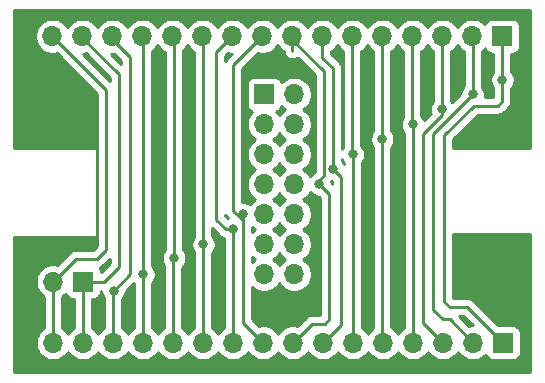
<source format=gbr>
%TF.GenerationSoftware,KiCad,Pcbnew,(5.1.9)-1*%
%TF.CreationDate,2021-03-23T14:30:04+01:00*%
%TF.ProjectId,Display Board,44697370-6c61-4792-9042-6f6172642e6b,rev?*%
%TF.SameCoordinates,Original*%
%TF.FileFunction,Copper,L2,Bot*%
%TF.FilePolarity,Positive*%
%FSLAX46Y46*%
G04 Gerber Fmt 4.6, Leading zero omitted, Abs format (unit mm)*
G04 Created by KiCad (PCBNEW (5.1.9)-1) date 2021-03-23 14:30:04*
%MOMM*%
%LPD*%
G01*
G04 APERTURE LIST*
%TA.AperFunction,ComponentPad*%
%ADD10R,1.700000X1.700000*%
%TD*%
%TA.AperFunction,ComponentPad*%
%ADD11O,1.700000X1.700000*%
%TD*%
%TA.AperFunction,ViaPad*%
%ADD12C,0.800000*%
%TD*%
%TA.AperFunction,Conductor*%
%ADD13C,0.250000*%
%TD*%
%TA.AperFunction,NonConductor*%
%ADD14C,0.254000*%
%TD*%
%TA.AperFunction,NonConductor*%
%ADD15C,0.100000*%
%TD*%
G04 APERTURE END LIST*
D10*
%TO.P,J1,1*%
%TO.N,GND*%
X195000000Y-69000000D03*
D11*
%TO.P,J1,2*%
%TO.N,5V*%
X197540000Y-69000000D03*
%TO.P,J1,3*%
%TO.N,Kontrast*%
X195000000Y-71540000D03*
%TO.P,J1,4*%
%TO.N,RS*%
X197540000Y-71540000D03*
%TO.P,J1,5*%
%TO.N,RW*%
X195000000Y-74080000D03*
%TO.P,J1,6*%
%TO.N,E*%
X197540000Y-74080000D03*
%TO.P,J1,7*%
%TO.N,D0*%
X195000000Y-76620000D03*
%TO.P,J1,8*%
%TO.N,D1*%
X197540000Y-76620000D03*
%TO.P,J1,9*%
%TO.N,D2*%
X195000000Y-79160000D03*
%TO.P,J1,10*%
%TO.N,D3*%
X197540000Y-79160000D03*
%TO.P,J1,11*%
%TO.N,D4*%
X195000000Y-81700000D03*
%TO.P,J1,12*%
%TO.N,D5*%
X197540000Y-81700000D03*
%TO.P,J1,13*%
%TO.N,D6*%
X195000000Y-84240000D03*
%TO.P,J1,14*%
%TO.N,D7*%
X197540000Y-84240000D03*
%TD*%
D10*
%TO.P,J2,1*%
%TO.N,GND*%
X215230000Y-90040000D03*
D11*
%TO.P,J2,2*%
%TO.N,5V*%
X212690000Y-90040000D03*
%TO.P,J2,3*%
%TO.N,Kontrast*%
X210150000Y-90040000D03*
%TO.P,J2,4*%
%TO.N,RS*%
X207610000Y-90040000D03*
%TO.P,J2,5*%
%TO.N,RW*%
X205070000Y-90040000D03*
%TO.P,J2,6*%
%TO.N,E*%
X202530000Y-90040000D03*
%TO.P,J2,7*%
%TO.N,D0*%
X199990000Y-90040000D03*
%TO.P,J2,8*%
%TO.N,D1*%
X197450000Y-90040000D03*
%TO.P,J2,9*%
%TO.N,D2*%
X194910000Y-90040000D03*
%TO.P,J2,10*%
%TO.N,D3*%
X192370000Y-90040000D03*
%TO.P,J2,11*%
%TO.N,D4*%
X189830000Y-90040000D03*
%TO.P,J2,12*%
%TO.N,D5*%
X187290000Y-90040000D03*
%TO.P,J2,13*%
%TO.N,D6*%
X184750000Y-90040000D03*
%TO.P,J2,14*%
%TO.N,D7*%
X182210000Y-90040000D03*
%TO.P,J2,15*%
%TO.N,/5V-Hintergrundbeleuchtung*%
X179670000Y-90040000D03*
%TO.P,J2,16*%
%TO.N,/GND-Hintergrundbeleuchtung*%
X177130000Y-90040000D03*
%TD*%
D10*
%TO.P,J3,1*%
%TO.N,/5V-Hintergrundbeleuchtung*%
X179675000Y-84850000D03*
D11*
%TO.P,J3,2*%
%TO.N,/GND-Hintergrundbeleuchtung*%
X177135000Y-84850000D03*
%TD*%
%TO.P,J4,16*%
%TO.N,/GND-Hintergrundbeleuchtung*%
X177075000Y-64075000D03*
%TO.P,J4,15*%
%TO.N,/5V-Hintergrundbeleuchtung*%
X179615000Y-64075000D03*
%TO.P,J4,14*%
%TO.N,D7*%
X182155000Y-64075000D03*
%TO.P,J4,13*%
%TO.N,D6*%
X184695000Y-64075000D03*
%TO.P,J4,12*%
%TO.N,D5*%
X187235000Y-64075000D03*
%TO.P,J4,11*%
%TO.N,D4*%
X189775000Y-64075000D03*
%TO.P,J4,10*%
%TO.N,D3*%
X192315000Y-64075000D03*
%TO.P,J4,9*%
%TO.N,D2*%
X194855000Y-64075000D03*
%TO.P,J4,8*%
%TO.N,D1*%
X197395000Y-64075000D03*
%TO.P,J4,7*%
%TO.N,D0*%
X199935000Y-64075000D03*
%TO.P,J4,6*%
%TO.N,E*%
X202475000Y-64075000D03*
%TO.P,J4,5*%
%TO.N,RW*%
X205015000Y-64075000D03*
%TO.P,J4,4*%
%TO.N,RS*%
X207555000Y-64075000D03*
%TO.P,J4,3*%
%TO.N,Kontrast*%
X210095000Y-64075000D03*
%TO.P,J4,2*%
%TO.N,5V*%
X212635000Y-64075000D03*
D10*
%TO.P,J4,1*%
%TO.N,GND*%
X215175000Y-64075000D03*
%TD*%
D12*
%TO.N,GND*%
X215175000Y-67775000D03*
%TO.N,5V*%
X212650000Y-69000000D03*
%TO.N,Kontrast*%
X210075000Y-70275000D03*
%TO.N,RS*%
X207590000Y-71540000D03*
%TO.N,RW*%
X205000000Y-72800000D03*
%TO.N,E*%
X202505000Y-74080000D03*
%TO.N,D0*%
X200800000Y-75325000D03*
%TO.N,D1*%
X199670000Y-76620000D03*
%TO.N,D2*%
X193210000Y-79160000D03*
%TO.N,D3*%
X192400000Y-80425000D03*
%TO.N,D4*%
X189850000Y-81700000D03*
%TO.N,D5*%
X187374999Y-82875001D03*
%TO.N,D6*%
X184765000Y-84240000D03*
%TO.N,D7*%
X182250000Y-85625000D03*
%TD*%
D13*
%TO.N,GND*%
X215175000Y-67775000D02*
X215175000Y-64075000D01*
X214800000Y-69950000D02*
X215175000Y-69575000D01*
X212773002Y-69950000D02*
X214800000Y-69950000D01*
X210250000Y-72473002D02*
X212773002Y-69950000D01*
X210250000Y-86550000D02*
X210250000Y-72473002D01*
X210700000Y-87000000D02*
X210250000Y-86550000D01*
X215175000Y-69575000D02*
X215175000Y-67775000D01*
X212190000Y-87000000D02*
X210700000Y-87000000D01*
X215230000Y-90040000D02*
X212190000Y-87000000D01*
%TO.N,5V*%
X212650000Y-64090000D02*
X212635000Y-64075000D01*
X212650000Y-69000000D02*
X212650000Y-64090000D01*
X212650000Y-69000000D02*
X209300000Y-72350000D01*
X209300000Y-72350000D02*
X209300000Y-87225000D01*
X209300000Y-87225000D02*
X210125000Y-88050000D01*
X210700000Y-88050000D02*
X212690000Y-90040000D01*
X210125000Y-88050000D02*
X210700000Y-88050000D01*
%TO.N,Kontrast*%
X210095000Y-70255000D02*
X210075000Y-70275000D01*
X210095000Y-64075000D02*
X210095000Y-70255000D01*
X210150000Y-90040000D02*
X208435000Y-88325000D01*
X208435000Y-88325000D02*
X208435000Y-72390000D01*
X210075000Y-70750000D02*
X210075000Y-70275000D01*
X208435000Y-72390000D02*
X210075000Y-70750000D01*
%TO.N,RS*%
X207555000Y-71505000D02*
X207590000Y-71540000D01*
X207555000Y-64075000D02*
X207555000Y-71505000D01*
X207610000Y-71560000D02*
X207590000Y-71540000D01*
X207610000Y-90040000D02*
X207610000Y-71560000D01*
%TO.N,RW*%
X205015000Y-72785000D02*
X205000000Y-72800000D01*
X205015000Y-64075000D02*
X205015000Y-72785000D01*
X205000000Y-89970000D02*
X205070000Y-90040000D01*
X205000000Y-72800000D02*
X205000000Y-89970000D01*
%TO.N,E*%
X202475000Y-74050000D02*
X202505000Y-74080000D01*
X202475000Y-64075000D02*
X202475000Y-74050000D01*
X202505000Y-90015000D02*
X202530000Y-90040000D01*
X202505000Y-74080000D02*
X202505000Y-90015000D01*
%TO.N,D0*%
X199935000Y-64075000D02*
X199935000Y-65910000D01*
X200800000Y-66775000D02*
X200800000Y-75325000D01*
X199935000Y-65910000D02*
X200800000Y-66775000D01*
X199990000Y-90040000D02*
X201475000Y-88555000D01*
X201475000Y-76000000D02*
X200800000Y-75325000D01*
X201475000Y-88555000D02*
X201475000Y-76000000D01*
%TO.N,D1*%
X197395000Y-64075000D02*
X197395000Y-65295000D01*
X199670000Y-76620000D02*
X199670000Y-76230000D01*
X199670000Y-76230000D02*
X200025000Y-75875000D01*
X200025000Y-75875000D02*
X200025000Y-67050000D01*
X197395000Y-64420000D02*
X197395000Y-64075000D01*
X200025000Y-67050000D02*
X197395000Y-64420000D01*
X197450000Y-90040000D02*
X199065000Y-88425000D01*
X199065000Y-88425000D02*
X200125000Y-88425000D01*
X200125000Y-88425000D02*
X200500000Y-88050000D01*
X200500000Y-77450000D02*
X199670000Y-76620000D01*
X200500000Y-88050000D02*
X200500000Y-77450000D01*
%TO.N,D2*%
X193210000Y-88340000D02*
X194910000Y-90040000D01*
X194855000Y-64075000D02*
X192400000Y-66530000D01*
X192400000Y-78855000D02*
X193210000Y-79665000D01*
X192400000Y-66530000D02*
X192400000Y-78855000D01*
X193210000Y-79665000D02*
X193210000Y-88340000D01*
X193210000Y-79160000D02*
X193210000Y-79665000D01*
%TO.N,D3*%
X192370000Y-80455000D02*
X192400000Y-80425000D01*
X192370000Y-90040000D02*
X192370000Y-80455000D01*
X192400000Y-80425000D02*
X191750000Y-80425000D01*
X191750000Y-80425000D02*
X190950000Y-79625000D01*
X190950000Y-65440000D02*
X192315000Y-64075000D01*
X190950000Y-79625000D02*
X190950000Y-65440000D01*
%TO.N,D4*%
X189830000Y-81720000D02*
X189850000Y-81700000D01*
X189830000Y-90040000D02*
X189830000Y-81720000D01*
X189850000Y-64150000D02*
X189775000Y-64075000D01*
X189850000Y-81700000D02*
X189850000Y-64150000D01*
%TO.N,D5*%
X187290000Y-82960000D02*
X187374999Y-82875001D01*
X187290000Y-90040000D02*
X187290000Y-82960000D01*
X187374999Y-64214999D02*
X187235000Y-64075000D01*
X187374999Y-82875001D02*
X187374999Y-64214999D01*
%TO.N,D6*%
X184750000Y-84255000D02*
X184765000Y-84240000D01*
X184750000Y-90040000D02*
X184750000Y-84255000D01*
X184765000Y-64145000D02*
X184695000Y-64075000D01*
X184765000Y-84240000D02*
X184765000Y-64145000D01*
%TO.N,D7*%
X182210000Y-85665000D02*
X182250000Y-85625000D01*
X182210000Y-90040000D02*
X182210000Y-85665000D01*
X182155000Y-85530000D02*
X182250000Y-85625000D01*
X182250000Y-85625000D02*
X183675000Y-84200000D01*
X183675000Y-84200000D02*
X183675000Y-65875000D01*
X182155000Y-64355000D02*
X182155000Y-64075000D01*
X183675000Y-65875000D02*
X182155000Y-64355000D01*
%TO.N,/5V-Hintergrundbeleuchtung*%
X179670000Y-84855000D02*
X179675000Y-84850000D01*
X179670000Y-90040000D02*
X179670000Y-84855000D01*
X179675000Y-84850000D02*
X181450000Y-84850000D01*
X181450000Y-84850000D02*
X182700000Y-83600000D01*
X182700000Y-83600000D02*
X182700000Y-67275000D01*
X179615000Y-64190000D02*
X179615000Y-64075000D01*
X182700000Y-67275000D02*
X179615000Y-64190000D01*
%TO.N,/GND-Hintergrundbeleuchtung*%
X177130000Y-84855000D02*
X177135000Y-84850000D01*
X177130000Y-90040000D02*
X177130000Y-84855000D01*
X177135000Y-84850000D02*
X179060000Y-82925000D01*
X179060000Y-82925000D02*
X180850000Y-82925000D01*
X180850000Y-82925000D02*
X181625000Y-82150000D01*
X181625000Y-68625000D02*
X177075000Y-64075000D01*
X181625000Y-82150000D02*
X181625000Y-68625000D01*
%TD*%
D14*
X217540001Y-73573000D02*
X211010000Y-73573000D01*
X211010000Y-72787803D01*
X213087804Y-70710000D01*
X214762678Y-70710000D01*
X214800000Y-70713676D01*
X214837322Y-70710000D01*
X214837333Y-70710000D01*
X214948986Y-70699003D01*
X215092247Y-70655546D01*
X215224276Y-70584974D01*
X215340001Y-70490001D01*
X215363804Y-70460997D01*
X215685998Y-70138803D01*
X215715001Y-70115001D01*
X215809974Y-69999276D01*
X215880546Y-69867247D01*
X215924003Y-69723986D01*
X215935000Y-69612333D01*
X215935000Y-69612324D01*
X215938676Y-69575001D01*
X215935000Y-69537678D01*
X215935000Y-68478711D01*
X215978937Y-68434774D01*
X216092205Y-68265256D01*
X216170226Y-68076898D01*
X216210000Y-67876939D01*
X216210000Y-67673061D01*
X216170226Y-67473102D01*
X216092205Y-67284744D01*
X215978937Y-67115226D01*
X215935000Y-67071289D01*
X215935000Y-65563072D01*
X216025000Y-65563072D01*
X216149482Y-65550812D01*
X216269180Y-65514502D01*
X216379494Y-65455537D01*
X216476185Y-65376185D01*
X216555537Y-65279494D01*
X216614502Y-65169180D01*
X216650812Y-65049482D01*
X216663072Y-64925000D01*
X216663072Y-63225000D01*
X216650812Y-63100518D01*
X216614502Y-62980820D01*
X216555537Y-62870506D01*
X216476185Y-62773815D01*
X216379494Y-62694463D01*
X216269180Y-62635498D01*
X216149482Y-62599188D01*
X216025000Y-62586928D01*
X214325000Y-62586928D01*
X214200518Y-62599188D01*
X214080820Y-62635498D01*
X213970506Y-62694463D01*
X213873815Y-62773815D01*
X213794463Y-62870506D01*
X213735498Y-62980820D01*
X213713487Y-63053380D01*
X213581632Y-62921525D01*
X213338411Y-62759010D01*
X213068158Y-62647068D01*
X212781260Y-62590000D01*
X212488740Y-62590000D01*
X212201842Y-62647068D01*
X211931589Y-62759010D01*
X211688368Y-62921525D01*
X211481525Y-63128368D01*
X211365000Y-63302760D01*
X211248475Y-63128368D01*
X211041632Y-62921525D01*
X210798411Y-62759010D01*
X210528158Y-62647068D01*
X210241260Y-62590000D01*
X209948740Y-62590000D01*
X209661842Y-62647068D01*
X209391589Y-62759010D01*
X209148368Y-62921525D01*
X208941525Y-63128368D01*
X208825000Y-63302760D01*
X208708475Y-63128368D01*
X208501632Y-62921525D01*
X208258411Y-62759010D01*
X207988158Y-62647068D01*
X207701260Y-62590000D01*
X207408740Y-62590000D01*
X207121842Y-62647068D01*
X206851589Y-62759010D01*
X206608368Y-62921525D01*
X206401525Y-63128368D01*
X206285000Y-63302760D01*
X206168475Y-63128368D01*
X205961632Y-62921525D01*
X205718411Y-62759010D01*
X205448158Y-62647068D01*
X205161260Y-62590000D01*
X204868740Y-62590000D01*
X204581842Y-62647068D01*
X204311589Y-62759010D01*
X204068368Y-62921525D01*
X203861525Y-63128368D01*
X203745000Y-63302760D01*
X203628475Y-63128368D01*
X203421632Y-62921525D01*
X203178411Y-62759010D01*
X202908158Y-62647068D01*
X202621260Y-62590000D01*
X202328740Y-62590000D01*
X202041842Y-62647068D01*
X201771589Y-62759010D01*
X201528368Y-62921525D01*
X201321525Y-63128368D01*
X201205000Y-63302760D01*
X201088475Y-63128368D01*
X200881632Y-62921525D01*
X200638411Y-62759010D01*
X200368158Y-62647068D01*
X200081260Y-62590000D01*
X199788740Y-62590000D01*
X199501842Y-62647068D01*
X199231589Y-62759010D01*
X198988368Y-62921525D01*
X198781525Y-63128368D01*
X198665000Y-63302760D01*
X198548475Y-63128368D01*
X198341632Y-62921525D01*
X198098411Y-62759010D01*
X197828158Y-62647068D01*
X197541260Y-62590000D01*
X197248740Y-62590000D01*
X196961842Y-62647068D01*
X196691589Y-62759010D01*
X196448368Y-62921525D01*
X196241525Y-63128368D01*
X196125000Y-63302760D01*
X196008475Y-63128368D01*
X195801632Y-62921525D01*
X195558411Y-62759010D01*
X195288158Y-62647068D01*
X195001260Y-62590000D01*
X194708740Y-62590000D01*
X194421842Y-62647068D01*
X194151589Y-62759010D01*
X193908368Y-62921525D01*
X193701525Y-63128368D01*
X193585000Y-63302760D01*
X193468475Y-63128368D01*
X193261632Y-62921525D01*
X193018411Y-62759010D01*
X192748158Y-62647068D01*
X192461260Y-62590000D01*
X192168740Y-62590000D01*
X191881842Y-62647068D01*
X191611589Y-62759010D01*
X191368368Y-62921525D01*
X191161525Y-63128368D01*
X191045000Y-63302760D01*
X190928475Y-63128368D01*
X190721632Y-62921525D01*
X190478411Y-62759010D01*
X190208158Y-62647068D01*
X189921260Y-62590000D01*
X189628740Y-62590000D01*
X189341842Y-62647068D01*
X189071589Y-62759010D01*
X188828368Y-62921525D01*
X188621525Y-63128368D01*
X188505000Y-63302760D01*
X188388475Y-63128368D01*
X188181632Y-62921525D01*
X187938411Y-62759010D01*
X187668158Y-62647068D01*
X187381260Y-62590000D01*
X187088740Y-62590000D01*
X186801842Y-62647068D01*
X186531589Y-62759010D01*
X186288368Y-62921525D01*
X186081525Y-63128368D01*
X185965000Y-63302760D01*
X185848475Y-63128368D01*
X185641632Y-62921525D01*
X185398411Y-62759010D01*
X185128158Y-62647068D01*
X184841260Y-62590000D01*
X184548740Y-62590000D01*
X184261842Y-62647068D01*
X183991589Y-62759010D01*
X183748368Y-62921525D01*
X183541525Y-63128368D01*
X183425000Y-63302760D01*
X183308475Y-63128368D01*
X183101632Y-62921525D01*
X182858411Y-62759010D01*
X182588158Y-62647068D01*
X182301260Y-62590000D01*
X182008740Y-62590000D01*
X181721842Y-62647068D01*
X181451589Y-62759010D01*
X181208368Y-62921525D01*
X181001525Y-63128368D01*
X180885000Y-63302760D01*
X180768475Y-63128368D01*
X180561632Y-62921525D01*
X180318411Y-62759010D01*
X180048158Y-62647068D01*
X179761260Y-62590000D01*
X179468740Y-62590000D01*
X179181842Y-62647068D01*
X178911589Y-62759010D01*
X178668368Y-62921525D01*
X178461525Y-63128368D01*
X178345000Y-63302760D01*
X178228475Y-63128368D01*
X178021632Y-62921525D01*
X177778411Y-62759010D01*
X177508158Y-62647068D01*
X177221260Y-62590000D01*
X176928740Y-62590000D01*
X176641842Y-62647068D01*
X176371589Y-62759010D01*
X176128368Y-62921525D01*
X175921525Y-63128368D01*
X175759010Y-63371589D01*
X175647068Y-63641842D01*
X175590000Y-63928740D01*
X175590000Y-64221260D01*
X175647068Y-64508158D01*
X175759010Y-64778411D01*
X175921525Y-65021632D01*
X176128368Y-65228475D01*
X176371589Y-65390990D01*
X176641842Y-65502932D01*
X176928740Y-65560000D01*
X177221260Y-65560000D01*
X177441408Y-65516209D01*
X180865001Y-68939803D01*
X180865000Y-81835198D01*
X180535199Y-82165000D01*
X179097322Y-82165000D01*
X179059999Y-82161324D01*
X179022676Y-82165000D01*
X179022667Y-82165000D01*
X178911014Y-82175997D01*
X178795616Y-82211002D01*
X178767753Y-82219454D01*
X178635723Y-82290026D01*
X178580923Y-82335000D01*
X178519999Y-82384999D01*
X178496201Y-82413997D01*
X177501408Y-83408791D01*
X177281260Y-83365000D01*
X176988740Y-83365000D01*
X176701842Y-83422068D01*
X176431589Y-83534010D01*
X176188368Y-83696525D01*
X175981525Y-83903368D01*
X175819010Y-84146589D01*
X175707068Y-84416842D01*
X175650000Y-84703740D01*
X175650000Y-84996260D01*
X175707068Y-85283158D01*
X175819010Y-85553411D01*
X175981525Y-85796632D01*
X176188368Y-86003475D01*
X176370001Y-86124838D01*
X176370000Y-88761821D01*
X176183368Y-88886525D01*
X175976525Y-89093368D01*
X175814010Y-89336589D01*
X175702068Y-89606842D01*
X175645000Y-89893740D01*
X175645000Y-90186260D01*
X175702068Y-90473158D01*
X175814010Y-90743411D01*
X175976525Y-90986632D01*
X176183368Y-91193475D01*
X176426589Y-91355990D01*
X176696842Y-91467932D01*
X176983740Y-91525000D01*
X177276260Y-91525000D01*
X177563158Y-91467932D01*
X177833411Y-91355990D01*
X178076632Y-91193475D01*
X178283475Y-90986632D01*
X178400000Y-90812240D01*
X178516525Y-90986632D01*
X178723368Y-91193475D01*
X178966589Y-91355990D01*
X179236842Y-91467932D01*
X179523740Y-91525000D01*
X179816260Y-91525000D01*
X180103158Y-91467932D01*
X180373411Y-91355990D01*
X180616632Y-91193475D01*
X180823475Y-90986632D01*
X180940000Y-90812240D01*
X181056525Y-90986632D01*
X181263368Y-91193475D01*
X181506589Y-91355990D01*
X181776842Y-91467932D01*
X182063740Y-91525000D01*
X182356260Y-91525000D01*
X182643158Y-91467932D01*
X182913411Y-91355990D01*
X183156632Y-91193475D01*
X183363475Y-90986632D01*
X183480000Y-90812240D01*
X183596525Y-90986632D01*
X183803368Y-91193475D01*
X184046589Y-91355990D01*
X184316842Y-91467932D01*
X184603740Y-91525000D01*
X184896260Y-91525000D01*
X185183158Y-91467932D01*
X185453411Y-91355990D01*
X185696632Y-91193475D01*
X185903475Y-90986632D01*
X186020000Y-90812240D01*
X186136525Y-90986632D01*
X186343368Y-91193475D01*
X186586589Y-91355990D01*
X186856842Y-91467932D01*
X187143740Y-91525000D01*
X187436260Y-91525000D01*
X187723158Y-91467932D01*
X187993411Y-91355990D01*
X188236632Y-91193475D01*
X188443475Y-90986632D01*
X188560000Y-90812240D01*
X188676525Y-90986632D01*
X188883368Y-91193475D01*
X189126589Y-91355990D01*
X189396842Y-91467932D01*
X189683740Y-91525000D01*
X189976260Y-91525000D01*
X190263158Y-91467932D01*
X190533411Y-91355990D01*
X190776632Y-91193475D01*
X190983475Y-90986632D01*
X191100000Y-90812240D01*
X191216525Y-90986632D01*
X191423368Y-91193475D01*
X191666589Y-91355990D01*
X191936842Y-91467932D01*
X192223740Y-91525000D01*
X192516260Y-91525000D01*
X192803158Y-91467932D01*
X193073411Y-91355990D01*
X193316632Y-91193475D01*
X193523475Y-90986632D01*
X193640000Y-90812240D01*
X193756525Y-90986632D01*
X193963368Y-91193475D01*
X194206589Y-91355990D01*
X194476842Y-91467932D01*
X194763740Y-91525000D01*
X195056260Y-91525000D01*
X195343158Y-91467932D01*
X195613411Y-91355990D01*
X195856632Y-91193475D01*
X196063475Y-90986632D01*
X196180000Y-90812240D01*
X196296525Y-90986632D01*
X196503368Y-91193475D01*
X196746589Y-91355990D01*
X197016842Y-91467932D01*
X197303740Y-91525000D01*
X197596260Y-91525000D01*
X197883158Y-91467932D01*
X198153411Y-91355990D01*
X198396632Y-91193475D01*
X198603475Y-90986632D01*
X198720000Y-90812240D01*
X198836525Y-90986632D01*
X199043368Y-91193475D01*
X199286589Y-91355990D01*
X199556842Y-91467932D01*
X199843740Y-91525000D01*
X200136260Y-91525000D01*
X200423158Y-91467932D01*
X200693411Y-91355990D01*
X200936632Y-91193475D01*
X201143475Y-90986632D01*
X201260000Y-90812240D01*
X201376525Y-90986632D01*
X201583368Y-91193475D01*
X201826589Y-91355990D01*
X202096842Y-91467932D01*
X202383740Y-91525000D01*
X202676260Y-91525000D01*
X202963158Y-91467932D01*
X203233411Y-91355990D01*
X203476632Y-91193475D01*
X203683475Y-90986632D01*
X203800000Y-90812240D01*
X203916525Y-90986632D01*
X204123368Y-91193475D01*
X204366589Y-91355990D01*
X204636842Y-91467932D01*
X204923740Y-91525000D01*
X205216260Y-91525000D01*
X205503158Y-91467932D01*
X205773411Y-91355990D01*
X206016632Y-91193475D01*
X206223475Y-90986632D01*
X206340000Y-90812240D01*
X206456525Y-90986632D01*
X206663368Y-91193475D01*
X206906589Y-91355990D01*
X207176842Y-91467932D01*
X207463740Y-91525000D01*
X207756260Y-91525000D01*
X208043158Y-91467932D01*
X208313411Y-91355990D01*
X208556632Y-91193475D01*
X208763475Y-90986632D01*
X208880000Y-90812240D01*
X208996525Y-90986632D01*
X209203368Y-91193475D01*
X209446589Y-91355990D01*
X209716842Y-91467932D01*
X210003740Y-91525000D01*
X210296260Y-91525000D01*
X210583158Y-91467932D01*
X210853411Y-91355990D01*
X211096632Y-91193475D01*
X211303475Y-90986632D01*
X211420000Y-90812240D01*
X211536525Y-90986632D01*
X211743368Y-91193475D01*
X211986589Y-91355990D01*
X212256842Y-91467932D01*
X212543740Y-91525000D01*
X212836260Y-91525000D01*
X213123158Y-91467932D01*
X213393411Y-91355990D01*
X213636632Y-91193475D01*
X213768487Y-91061620D01*
X213790498Y-91134180D01*
X213849463Y-91244494D01*
X213928815Y-91341185D01*
X214025506Y-91420537D01*
X214135820Y-91479502D01*
X214255518Y-91515812D01*
X214380000Y-91528072D01*
X216080000Y-91528072D01*
X216204482Y-91515812D01*
X216324180Y-91479502D01*
X216434494Y-91420537D01*
X216531185Y-91341185D01*
X216610537Y-91244494D01*
X216669502Y-91134180D01*
X216705812Y-91014482D01*
X216718072Y-90890000D01*
X216718072Y-89190000D01*
X216705812Y-89065518D01*
X216669502Y-88945820D01*
X216610537Y-88835506D01*
X216531185Y-88738815D01*
X216434494Y-88659463D01*
X216324180Y-88600498D01*
X216204482Y-88564188D01*
X216080000Y-88551928D01*
X214816730Y-88551928D01*
X212753804Y-86489003D01*
X212730001Y-86459999D01*
X212614276Y-86365026D01*
X212482247Y-86294454D01*
X212338986Y-86250997D01*
X212227333Y-86240000D01*
X212227322Y-86240000D01*
X212190000Y-86236324D01*
X212152678Y-86240000D01*
X211014801Y-86240000D01*
X211010000Y-86235199D01*
X211010000Y-80827000D01*
X217540000Y-80827000D01*
X217540000Y-92540000D01*
X173860000Y-92540000D01*
X173860000Y-81077000D01*
X180700000Y-81077000D01*
X180724776Y-81074560D01*
X180748601Y-81067333D01*
X180770557Y-81055597D01*
X180789803Y-81039803D01*
X180805597Y-81020557D01*
X180817333Y-80998601D01*
X180824560Y-80974776D01*
X180827000Y-80950000D01*
X180827000Y-73700000D01*
X180824560Y-73675224D01*
X180817333Y-73651399D01*
X180805597Y-73629443D01*
X180789803Y-73610197D01*
X180770557Y-73594403D01*
X180748601Y-73582667D01*
X180724776Y-73575440D01*
X180700000Y-73573000D01*
X173860000Y-73573000D01*
X173860000Y-61860000D01*
X217540001Y-61860000D01*
X217540001Y-73573000D01*
%TA.AperFunction,NonConductor*%
D15*
G36*
X217540001Y-73573000D02*
G01*
X211010000Y-73573000D01*
X211010000Y-72787803D01*
X213087804Y-70710000D01*
X214762678Y-70710000D01*
X214800000Y-70713676D01*
X214837322Y-70710000D01*
X214837333Y-70710000D01*
X214948986Y-70699003D01*
X215092247Y-70655546D01*
X215224276Y-70584974D01*
X215340001Y-70490001D01*
X215363804Y-70460997D01*
X215685998Y-70138803D01*
X215715001Y-70115001D01*
X215809974Y-69999276D01*
X215880546Y-69867247D01*
X215924003Y-69723986D01*
X215935000Y-69612333D01*
X215935000Y-69612324D01*
X215938676Y-69575001D01*
X215935000Y-69537678D01*
X215935000Y-68478711D01*
X215978937Y-68434774D01*
X216092205Y-68265256D01*
X216170226Y-68076898D01*
X216210000Y-67876939D01*
X216210000Y-67673061D01*
X216170226Y-67473102D01*
X216092205Y-67284744D01*
X215978937Y-67115226D01*
X215935000Y-67071289D01*
X215935000Y-65563072D01*
X216025000Y-65563072D01*
X216149482Y-65550812D01*
X216269180Y-65514502D01*
X216379494Y-65455537D01*
X216476185Y-65376185D01*
X216555537Y-65279494D01*
X216614502Y-65169180D01*
X216650812Y-65049482D01*
X216663072Y-64925000D01*
X216663072Y-63225000D01*
X216650812Y-63100518D01*
X216614502Y-62980820D01*
X216555537Y-62870506D01*
X216476185Y-62773815D01*
X216379494Y-62694463D01*
X216269180Y-62635498D01*
X216149482Y-62599188D01*
X216025000Y-62586928D01*
X214325000Y-62586928D01*
X214200518Y-62599188D01*
X214080820Y-62635498D01*
X213970506Y-62694463D01*
X213873815Y-62773815D01*
X213794463Y-62870506D01*
X213735498Y-62980820D01*
X213713487Y-63053380D01*
X213581632Y-62921525D01*
X213338411Y-62759010D01*
X213068158Y-62647068D01*
X212781260Y-62590000D01*
X212488740Y-62590000D01*
X212201842Y-62647068D01*
X211931589Y-62759010D01*
X211688368Y-62921525D01*
X211481525Y-63128368D01*
X211365000Y-63302760D01*
X211248475Y-63128368D01*
X211041632Y-62921525D01*
X210798411Y-62759010D01*
X210528158Y-62647068D01*
X210241260Y-62590000D01*
X209948740Y-62590000D01*
X209661842Y-62647068D01*
X209391589Y-62759010D01*
X209148368Y-62921525D01*
X208941525Y-63128368D01*
X208825000Y-63302760D01*
X208708475Y-63128368D01*
X208501632Y-62921525D01*
X208258411Y-62759010D01*
X207988158Y-62647068D01*
X207701260Y-62590000D01*
X207408740Y-62590000D01*
X207121842Y-62647068D01*
X206851589Y-62759010D01*
X206608368Y-62921525D01*
X206401525Y-63128368D01*
X206285000Y-63302760D01*
X206168475Y-63128368D01*
X205961632Y-62921525D01*
X205718411Y-62759010D01*
X205448158Y-62647068D01*
X205161260Y-62590000D01*
X204868740Y-62590000D01*
X204581842Y-62647068D01*
X204311589Y-62759010D01*
X204068368Y-62921525D01*
X203861525Y-63128368D01*
X203745000Y-63302760D01*
X203628475Y-63128368D01*
X203421632Y-62921525D01*
X203178411Y-62759010D01*
X202908158Y-62647068D01*
X202621260Y-62590000D01*
X202328740Y-62590000D01*
X202041842Y-62647068D01*
X201771589Y-62759010D01*
X201528368Y-62921525D01*
X201321525Y-63128368D01*
X201205000Y-63302760D01*
X201088475Y-63128368D01*
X200881632Y-62921525D01*
X200638411Y-62759010D01*
X200368158Y-62647068D01*
X200081260Y-62590000D01*
X199788740Y-62590000D01*
X199501842Y-62647068D01*
X199231589Y-62759010D01*
X198988368Y-62921525D01*
X198781525Y-63128368D01*
X198665000Y-63302760D01*
X198548475Y-63128368D01*
X198341632Y-62921525D01*
X198098411Y-62759010D01*
X197828158Y-62647068D01*
X197541260Y-62590000D01*
X197248740Y-62590000D01*
X196961842Y-62647068D01*
X196691589Y-62759010D01*
X196448368Y-62921525D01*
X196241525Y-63128368D01*
X196125000Y-63302760D01*
X196008475Y-63128368D01*
X195801632Y-62921525D01*
X195558411Y-62759010D01*
X195288158Y-62647068D01*
X195001260Y-62590000D01*
X194708740Y-62590000D01*
X194421842Y-62647068D01*
X194151589Y-62759010D01*
X193908368Y-62921525D01*
X193701525Y-63128368D01*
X193585000Y-63302760D01*
X193468475Y-63128368D01*
X193261632Y-62921525D01*
X193018411Y-62759010D01*
X192748158Y-62647068D01*
X192461260Y-62590000D01*
X192168740Y-62590000D01*
X191881842Y-62647068D01*
X191611589Y-62759010D01*
X191368368Y-62921525D01*
X191161525Y-63128368D01*
X191045000Y-63302760D01*
X190928475Y-63128368D01*
X190721632Y-62921525D01*
X190478411Y-62759010D01*
X190208158Y-62647068D01*
X189921260Y-62590000D01*
X189628740Y-62590000D01*
X189341842Y-62647068D01*
X189071589Y-62759010D01*
X188828368Y-62921525D01*
X188621525Y-63128368D01*
X188505000Y-63302760D01*
X188388475Y-63128368D01*
X188181632Y-62921525D01*
X187938411Y-62759010D01*
X187668158Y-62647068D01*
X187381260Y-62590000D01*
X187088740Y-62590000D01*
X186801842Y-62647068D01*
X186531589Y-62759010D01*
X186288368Y-62921525D01*
X186081525Y-63128368D01*
X185965000Y-63302760D01*
X185848475Y-63128368D01*
X185641632Y-62921525D01*
X185398411Y-62759010D01*
X185128158Y-62647068D01*
X184841260Y-62590000D01*
X184548740Y-62590000D01*
X184261842Y-62647068D01*
X183991589Y-62759010D01*
X183748368Y-62921525D01*
X183541525Y-63128368D01*
X183425000Y-63302760D01*
X183308475Y-63128368D01*
X183101632Y-62921525D01*
X182858411Y-62759010D01*
X182588158Y-62647068D01*
X182301260Y-62590000D01*
X182008740Y-62590000D01*
X181721842Y-62647068D01*
X181451589Y-62759010D01*
X181208368Y-62921525D01*
X181001525Y-63128368D01*
X180885000Y-63302760D01*
X180768475Y-63128368D01*
X180561632Y-62921525D01*
X180318411Y-62759010D01*
X180048158Y-62647068D01*
X179761260Y-62590000D01*
X179468740Y-62590000D01*
X179181842Y-62647068D01*
X178911589Y-62759010D01*
X178668368Y-62921525D01*
X178461525Y-63128368D01*
X178345000Y-63302760D01*
X178228475Y-63128368D01*
X178021632Y-62921525D01*
X177778411Y-62759010D01*
X177508158Y-62647068D01*
X177221260Y-62590000D01*
X176928740Y-62590000D01*
X176641842Y-62647068D01*
X176371589Y-62759010D01*
X176128368Y-62921525D01*
X175921525Y-63128368D01*
X175759010Y-63371589D01*
X175647068Y-63641842D01*
X175590000Y-63928740D01*
X175590000Y-64221260D01*
X175647068Y-64508158D01*
X175759010Y-64778411D01*
X175921525Y-65021632D01*
X176128368Y-65228475D01*
X176371589Y-65390990D01*
X176641842Y-65502932D01*
X176928740Y-65560000D01*
X177221260Y-65560000D01*
X177441408Y-65516209D01*
X180865001Y-68939803D01*
X180865000Y-81835198D01*
X180535199Y-82165000D01*
X179097322Y-82165000D01*
X179059999Y-82161324D01*
X179022676Y-82165000D01*
X179022667Y-82165000D01*
X178911014Y-82175997D01*
X178795616Y-82211002D01*
X178767753Y-82219454D01*
X178635723Y-82290026D01*
X178580923Y-82335000D01*
X178519999Y-82384999D01*
X178496201Y-82413997D01*
X177501408Y-83408791D01*
X177281260Y-83365000D01*
X176988740Y-83365000D01*
X176701842Y-83422068D01*
X176431589Y-83534010D01*
X176188368Y-83696525D01*
X175981525Y-83903368D01*
X175819010Y-84146589D01*
X175707068Y-84416842D01*
X175650000Y-84703740D01*
X175650000Y-84996260D01*
X175707068Y-85283158D01*
X175819010Y-85553411D01*
X175981525Y-85796632D01*
X176188368Y-86003475D01*
X176370001Y-86124838D01*
X176370000Y-88761821D01*
X176183368Y-88886525D01*
X175976525Y-89093368D01*
X175814010Y-89336589D01*
X175702068Y-89606842D01*
X175645000Y-89893740D01*
X175645000Y-90186260D01*
X175702068Y-90473158D01*
X175814010Y-90743411D01*
X175976525Y-90986632D01*
X176183368Y-91193475D01*
X176426589Y-91355990D01*
X176696842Y-91467932D01*
X176983740Y-91525000D01*
X177276260Y-91525000D01*
X177563158Y-91467932D01*
X177833411Y-91355990D01*
X178076632Y-91193475D01*
X178283475Y-90986632D01*
X178400000Y-90812240D01*
X178516525Y-90986632D01*
X178723368Y-91193475D01*
X178966589Y-91355990D01*
X179236842Y-91467932D01*
X179523740Y-91525000D01*
X179816260Y-91525000D01*
X180103158Y-91467932D01*
X180373411Y-91355990D01*
X180616632Y-91193475D01*
X180823475Y-90986632D01*
X180940000Y-90812240D01*
X181056525Y-90986632D01*
X181263368Y-91193475D01*
X181506589Y-91355990D01*
X181776842Y-91467932D01*
X182063740Y-91525000D01*
X182356260Y-91525000D01*
X182643158Y-91467932D01*
X182913411Y-91355990D01*
X183156632Y-91193475D01*
X183363475Y-90986632D01*
X183480000Y-90812240D01*
X183596525Y-90986632D01*
X183803368Y-91193475D01*
X184046589Y-91355990D01*
X184316842Y-91467932D01*
X184603740Y-91525000D01*
X184896260Y-91525000D01*
X185183158Y-91467932D01*
X185453411Y-91355990D01*
X185696632Y-91193475D01*
X185903475Y-90986632D01*
X186020000Y-90812240D01*
X186136525Y-90986632D01*
X186343368Y-91193475D01*
X186586589Y-91355990D01*
X186856842Y-91467932D01*
X187143740Y-91525000D01*
X187436260Y-91525000D01*
X187723158Y-91467932D01*
X187993411Y-91355990D01*
X188236632Y-91193475D01*
X188443475Y-90986632D01*
X188560000Y-90812240D01*
X188676525Y-90986632D01*
X188883368Y-91193475D01*
X189126589Y-91355990D01*
X189396842Y-91467932D01*
X189683740Y-91525000D01*
X189976260Y-91525000D01*
X190263158Y-91467932D01*
X190533411Y-91355990D01*
X190776632Y-91193475D01*
X190983475Y-90986632D01*
X191100000Y-90812240D01*
X191216525Y-90986632D01*
X191423368Y-91193475D01*
X191666589Y-91355990D01*
X191936842Y-91467932D01*
X192223740Y-91525000D01*
X192516260Y-91525000D01*
X192803158Y-91467932D01*
X193073411Y-91355990D01*
X193316632Y-91193475D01*
X193523475Y-90986632D01*
X193640000Y-90812240D01*
X193756525Y-90986632D01*
X193963368Y-91193475D01*
X194206589Y-91355990D01*
X194476842Y-91467932D01*
X194763740Y-91525000D01*
X195056260Y-91525000D01*
X195343158Y-91467932D01*
X195613411Y-91355990D01*
X195856632Y-91193475D01*
X196063475Y-90986632D01*
X196180000Y-90812240D01*
X196296525Y-90986632D01*
X196503368Y-91193475D01*
X196746589Y-91355990D01*
X197016842Y-91467932D01*
X197303740Y-91525000D01*
X197596260Y-91525000D01*
X197883158Y-91467932D01*
X198153411Y-91355990D01*
X198396632Y-91193475D01*
X198603475Y-90986632D01*
X198720000Y-90812240D01*
X198836525Y-90986632D01*
X199043368Y-91193475D01*
X199286589Y-91355990D01*
X199556842Y-91467932D01*
X199843740Y-91525000D01*
X200136260Y-91525000D01*
X200423158Y-91467932D01*
X200693411Y-91355990D01*
X200936632Y-91193475D01*
X201143475Y-90986632D01*
X201260000Y-90812240D01*
X201376525Y-90986632D01*
X201583368Y-91193475D01*
X201826589Y-91355990D01*
X202096842Y-91467932D01*
X202383740Y-91525000D01*
X202676260Y-91525000D01*
X202963158Y-91467932D01*
X203233411Y-91355990D01*
X203476632Y-91193475D01*
X203683475Y-90986632D01*
X203800000Y-90812240D01*
X203916525Y-90986632D01*
X204123368Y-91193475D01*
X204366589Y-91355990D01*
X204636842Y-91467932D01*
X204923740Y-91525000D01*
X205216260Y-91525000D01*
X205503158Y-91467932D01*
X205773411Y-91355990D01*
X206016632Y-91193475D01*
X206223475Y-90986632D01*
X206340000Y-90812240D01*
X206456525Y-90986632D01*
X206663368Y-91193475D01*
X206906589Y-91355990D01*
X207176842Y-91467932D01*
X207463740Y-91525000D01*
X207756260Y-91525000D01*
X208043158Y-91467932D01*
X208313411Y-91355990D01*
X208556632Y-91193475D01*
X208763475Y-90986632D01*
X208880000Y-90812240D01*
X208996525Y-90986632D01*
X209203368Y-91193475D01*
X209446589Y-91355990D01*
X209716842Y-91467932D01*
X210003740Y-91525000D01*
X210296260Y-91525000D01*
X210583158Y-91467932D01*
X210853411Y-91355990D01*
X211096632Y-91193475D01*
X211303475Y-90986632D01*
X211420000Y-90812240D01*
X211536525Y-90986632D01*
X211743368Y-91193475D01*
X211986589Y-91355990D01*
X212256842Y-91467932D01*
X212543740Y-91525000D01*
X212836260Y-91525000D01*
X213123158Y-91467932D01*
X213393411Y-91355990D01*
X213636632Y-91193475D01*
X213768487Y-91061620D01*
X213790498Y-91134180D01*
X213849463Y-91244494D01*
X213928815Y-91341185D01*
X214025506Y-91420537D01*
X214135820Y-91479502D01*
X214255518Y-91515812D01*
X214380000Y-91528072D01*
X216080000Y-91528072D01*
X216204482Y-91515812D01*
X216324180Y-91479502D01*
X216434494Y-91420537D01*
X216531185Y-91341185D01*
X216610537Y-91244494D01*
X216669502Y-91134180D01*
X216705812Y-91014482D01*
X216718072Y-90890000D01*
X216718072Y-89190000D01*
X216705812Y-89065518D01*
X216669502Y-88945820D01*
X216610537Y-88835506D01*
X216531185Y-88738815D01*
X216434494Y-88659463D01*
X216324180Y-88600498D01*
X216204482Y-88564188D01*
X216080000Y-88551928D01*
X214816730Y-88551928D01*
X212753804Y-86489003D01*
X212730001Y-86459999D01*
X212614276Y-86365026D01*
X212482247Y-86294454D01*
X212338986Y-86250997D01*
X212227333Y-86240000D01*
X212227322Y-86240000D01*
X212190000Y-86236324D01*
X212152678Y-86240000D01*
X211014801Y-86240000D01*
X211010000Y-86235199D01*
X211010000Y-80827000D01*
X217540000Y-80827000D01*
X217540000Y-92540000D01*
X173860000Y-92540000D01*
X173860000Y-81077000D01*
X180700000Y-81077000D01*
X180724776Y-81074560D01*
X180748601Y-81067333D01*
X180770557Y-81055597D01*
X180789803Y-81039803D01*
X180805597Y-81020557D01*
X180817333Y-80998601D01*
X180824560Y-80974776D01*
X180827000Y-80950000D01*
X180827000Y-73700000D01*
X180824560Y-73675224D01*
X180817333Y-73651399D01*
X180805597Y-73629443D01*
X180789803Y-73610197D01*
X180770557Y-73594403D01*
X180748601Y-73582667D01*
X180724776Y-73575440D01*
X180700000Y-73573000D01*
X173860000Y-73573000D01*
X173860000Y-61860000D01*
X217540001Y-61860000D01*
X217540001Y-73573000D01*
G37*
%TD.AperFunction*%
D14*
X199010226Y-77423937D02*
X199179744Y-77537205D01*
X199368102Y-77615226D01*
X199568061Y-77655000D01*
X199630198Y-77655000D01*
X199740001Y-77764803D01*
X199740000Y-87665000D01*
X199102323Y-87665000D01*
X199065000Y-87661324D01*
X199027677Y-87665000D01*
X199027667Y-87665000D01*
X198916014Y-87675997D01*
X198772753Y-87719454D01*
X198640723Y-87790026D01*
X198568311Y-87849454D01*
X198524999Y-87884999D01*
X198501201Y-87913997D01*
X197816408Y-88598790D01*
X197596260Y-88555000D01*
X197303740Y-88555000D01*
X197016842Y-88612068D01*
X196746589Y-88724010D01*
X196503368Y-88886525D01*
X196296525Y-89093368D01*
X196180000Y-89267760D01*
X196063475Y-89093368D01*
X195856632Y-88886525D01*
X195613411Y-88724010D01*
X195343158Y-88612068D01*
X195056260Y-88555000D01*
X194763740Y-88555000D01*
X194543592Y-88598791D01*
X193970000Y-88025199D01*
X193970000Y-85310107D01*
X194053368Y-85393475D01*
X194296589Y-85555990D01*
X194566842Y-85667932D01*
X194853740Y-85725000D01*
X195146260Y-85725000D01*
X195433158Y-85667932D01*
X195703411Y-85555990D01*
X195946632Y-85393475D01*
X196153475Y-85186632D01*
X196270000Y-85012240D01*
X196386525Y-85186632D01*
X196593368Y-85393475D01*
X196836589Y-85555990D01*
X197106842Y-85667932D01*
X197393740Y-85725000D01*
X197686260Y-85725000D01*
X197973158Y-85667932D01*
X198243411Y-85555990D01*
X198486632Y-85393475D01*
X198693475Y-85186632D01*
X198855990Y-84943411D01*
X198967932Y-84673158D01*
X199025000Y-84386260D01*
X199025000Y-84093740D01*
X198967932Y-83806842D01*
X198855990Y-83536589D01*
X198693475Y-83293368D01*
X198486632Y-83086525D01*
X198312240Y-82970000D01*
X198486632Y-82853475D01*
X198693475Y-82646632D01*
X198855990Y-82403411D01*
X198967932Y-82133158D01*
X199025000Y-81846260D01*
X199025000Y-81553740D01*
X198967932Y-81266842D01*
X198855990Y-80996589D01*
X198693475Y-80753368D01*
X198486632Y-80546525D01*
X198312240Y-80430000D01*
X198486632Y-80313475D01*
X198693475Y-80106632D01*
X198855990Y-79863411D01*
X198967932Y-79593158D01*
X199025000Y-79306260D01*
X199025000Y-79013740D01*
X198967932Y-78726842D01*
X198855990Y-78456589D01*
X198693475Y-78213368D01*
X198486632Y-78006525D01*
X198312240Y-77890000D01*
X198486632Y-77773475D01*
X198693475Y-77566632D01*
X198855990Y-77323411D01*
X198871721Y-77285432D01*
X199010226Y-77423937D01*
%TA.AperFunction,NonConductor*%
D15*
G36*
X199010226Y-77423937D02*
G01*
X199179744Y-77537205D01*
X199368102Y-77615226D01*
X199568061Y-77655000D01*
X199630198Y-77655000D01*
X199740001Y-77764803D01*
X199740000Y-87665000D01*
X199102323Y-87665000D01*
X199065000Y-87661324D01*
X199027677Y-87665000D01*
X199027667Y-87665000D01*
X198916014Y-87675997D01*
X198772753Y-87719454D01*
X198640723Y-87790026D01*
X198568311Y-87849454D01*
X198524999Y-87884999D01*
X198501201Y-87913997D01*
X197816408Y-88598790D01*
X197596260Y-88555000D01*
X197303740Y-88555000D01*
X197016842Y-88612068D01*
X196746589Y-88724010D01*
X196503368Y-88886525D01*
X196296525Y-89093368D01*
X196180000Y-89267760D01*
X196063475Y-89093368D01*
X195856632Y-88886525D01*
X195613411Y-88724010D01*
X195343158Y-88612068D01*
X195056260Y-88555000D01*
X194763740Y-88555000D01*
X194543592Y-88598791D01*
X193970000Y-88025199D01*
X193970000Y-85310107D01*
X194053368Y-85393475D01*
X194296589Y-85555990D01*
X194566842Y-85667932D01*
X194853740Y-85725000D01*
X195146260Y-85725000D01*
X195433158Y-85667932D01*
X195703411Y-85555990D01*
X195946632Y-85393475D01*
X196153475Y-85186632D01*
X196270000Y-85012240D01*
X196386525Y-85186632D01*
X196593368Y-85393475D01*
X196836589Y-85555990D01*
X197106842Y-85667932D01*
X197393740Y-85725000D01*
X197686260Y-85725000D01*
X197973158Y-85667932D01*
X198243411Y-85555990D01*
X198486632Y-85393475D01*
X198693475Y-85186632D01*
X198855990Y-84943411D01*
X198967932Y-84673158D01*
X199025000Y-84386260D01*
X199025000Y-84093740D01*
X198967932Y-83806842D01*
X198855990Y-83536589D01*
X198693475Y-83293368D01*
X198486632Y-83086525D01*
X198312240Y-82970000D01*
X198486632Y-82853475D01*
X198693475Y-82646632D01*
X198855990Y-82403411D01*
X198967932Y-82133158D01*
X199025000Y-81846260D01*
X199025000Y-81553740D01*
X198967932Y-81266842D01*
X198855990Y-80996589D01*
X198693475Y-80753368D01*
X198486632Y-80546525D01*
X198312240Y-80430000D01*
X198486632Y-80313475D01*
X198693475Y-80106632D01*
X198855990Y-79863411D01*
X198967932Y-79593158D01*
X199025000Y-79306260D01*
X199025000Y-79013740D01*
X198967932Y-78726842D01*
X198855990Y-78456589D01*
X198693475Y-78213368D01*
X198486632Y-78006525D01*
X198312240Y-77890000D01*
X198486632Y-77773475D01*
X198693475Y-77566632D01*
X198855990Y-77323411D01*
X198871721Y-77285432D01*
X199010226Y-77423937D01*
G37*
%TD.AperFunction*%
D14*
X178235498Y-85944180D02*
X178294463Y-86054494D01*
X178373815Y-86151185D01*
X178470506Y-86230537D01*
X178580820Y-86289502D01*
X178700518Y-86325812D01*
X178825000Y-86338072D01*
X178910001Y-86338072D01*
X178910000Y-88761821D01*
X178723368Y-88886525D01*
X178516525Y-89093368D01*
X178400000Y-89267760D01*
X178283475Y-89093368D01*
X178076632Y-88886525D01*
X177890000Y-88761822D01*
X177890000Y-86131519D01*
X178081632Y-86003475D01*
X178213487Y-85871620D01*
X178235498Y-85944180D01*
%TA.AperFunction,NonConductor*%
D15*
G36*
X178235498Y-85944180D02*
G01*
X178294463Y-86054494D01*
X178373815Y-86151185D01*
X178470506Y-86230537D01*
X178580820Y-86289502D01*
X178700518Y-86325812D01*
X178825000Y-86338072D01*
X178910001Y-86338072D01*
X178910000Y-88761821D01*
X178723368Y-88886525D01*
X178516525Y-89093368D01*
X178400000Y-89267760D01*
X178283475Y-89093368D01*
X178076632Y-88886525D01*
X177890000Y-88761822D01*
X177890000Y-86131519D01*
X178081632Y-86003475D01*
X178213487Y-85871620D01*
X178235498Y-85944180D01*
G37*
%TD.AperFunction*%
D14*
X203861525Y-65021632D02*
X204068368Y-65228475D01*
X204255000Y-65353179D01*
X204255001Y-72081288D01*
X204196063Y-72140226D01*
X204082795Y-72309744D01*
X204004774Y-72498102D01*
X203965000Y-72698061D01*
X203965000Y-72901939D01*
X204004774Y-73101898D01*
X204082795Y-73290256D01*
X204196063Y-73459774D01*
X204240000Y-73503711D01*
X204240001Y-88808593D01*
X204123368Y-88886525D01*
X203916525Y-89093368D01*
X203800000Y-89267760D01*
X203683475Y-89093368D01*
X203476632Y-88886525D01*
X203265000Y-88745117D01*
X203265000Y-74783711D01*
X203308937Y-74739774D01*
X203422205Y-74570256D01*
X203500226Y-74381898D01*
X203540000Y-74181939D01*
X203540000Y-73978061D01*
X203500226Y-73778102D01*
X203422205Y-73589744D01*
X203308937Y-73420226D01*
X203235000Y-73346289D01*
X203235000Y-65353178D01*
X203421632Y-65228475D01*
X203628475Y-65021632D01*
X203745000Y-64847240D01*
X203861525Y-65021632D01*
%TA.AperFunction,NonConductor*%
D15*
G36*
X203861525Y-65021632D02*
G01*
X204068368Y-65228475D01*
X204255000Y-65353179D01*
X204255001Y-72081288D01*
X204196063Y-72140226D01*
X204082795Y-72309744D01*
X204004774Y-72498102D01*
X203965000Y-72698061D01*
X203965000Y-72901939D01*
X204004774Y-73101898D01*
X204082795Y-73290256D01*
X204196063Y-73459774D01*
X204240000Y-73503711D01*
X204240001Y-88808593D01*
X204123368Y-88886525D01*
X203916525Y-89093368D01*
X203800000Y-89267760D01*
X203683475Y-89093368D01*
X203476632Y-88886525D01*
X203265000Y-88745117D01*
X203265000Y-74783711D01*
X203308937Y-74739774D01*
X203422205Y-74570256D01*
X203500226Y-74381898D01*
X203540000Y-74181939D01*
X203540000Y-73978061D01*
X203500226Y-73778102D01*
X203422205Y-73589744D01*
X203308937Y-73420226D01*
X203235000Y-73346289D01*
X203235000Y-65353178D01*
X203421632Y-65228475D01*
X203628475Y-65021632D01*
X203745000Y-64847240D01*
X203861525Y-65021632D01*
G37*
%TD.AperFunction*%
D14*
X206401525Y-65021632D02*
X206608368Y-65228475D01*
X206795000Y-65353179D01*
X206795001Y-70871288D01*
X206786063Y-70880226D01*
X206672795Y-71049744D01*
X206594774Y-71238102D01*
X206555000Y-71438061D01*
X206555000Y-71641939D01*
X206594774Y-71841898D01*
X206672795Y-72030256D01*
X206786063Y-72199774D01*
X206850001Y-72263712D01*
X206850000Y-88761821D01*
X206663368Y-88886525D01*
X206456525Y-89093368D01*
X206340000Y-89267760D01*
X206223475Y-89093368D01*
X206016632Y-88886525D01*
X205773411Y-88724010D01*
X205760000Y-88718455D01*
X205760000Y-73503711D01*
X205803937Y-73459774D01*
X205917205Y-73290256D01*
X205995226Y-73101898D01*
X206035000Y-72901939D01*
X206035000Y-72698061D01*
X205995226Y-72498102D01*
X205917205Y-72309744D01*
X205803937Y-72140226D01*
X205775000Y-72111289D01*
X205775000Y-65353178D01*
X205961632Y-65228475D01*
X206168475Y-65021632D01*
X206285000Y-64847240D01*
X206401525Y-65021632D01*
%TA.AperFunction,NonConductor*%
D15*
G36*
X206401525Y-65021632D02*
G01*
X206608368Y-65228475D01*
X206795000Y-65353179D01*
X206795001Y-70871288D01*
X206786063Y-70880226D01*
X206672795Y-71049744D01*
X206594774Y-71238102D01*
X206555000Y-71438061D01*
X206555000Y-71641939D01*
X206594774Y-71841898D01*
X206672795Y-72030256D01*
X206786063Y-72199774D01*
X206850001Y-72263712D01*
X206850000Y-88761821D01*
X206663368Y-88886525D01*
X206456525Y-89093368D01*
X206340000Y-89267760D01*
X206223475Y-89093368D01*
X206016632Y-88886525D01*
X205773411Y-88724010D01*
X205760000Y-88718455D01*
X205760000Y-73503711D01*
X205803937Y-73459774D01*
X205917205Y-73290256D01*
X205995226Y-73101898D01*
X206035000Y-72901939D01*
X206035000Y-72698061D01*
X205995226Y-72498102D01*
X205917205Y-72309744D01*
X205803937Y-72140226D01*
X205775000Y-72111289D01*
X205775000Y-65353178D01*
X205961632Y-65228475D01*
X206168475Y-65021632D01*
X206285000Y-64847240D01*
X206401525Y-65021632D01*
G37*
%TD.AperFunction*%
D14*
X181215000Y-85726939D02*
X181254774Y-85926898D01*
X181332795Y-86115256D01*
X181446063Y-86284774D01*
X181450001Y-86288712D01*
X181450000Y-88761821D01*
X181263368Y-88886525D01*
X181056525Y-89093368D01*
X180940000Y-89267760D01*
X180823475Y-89093368D01*
X180616632Y-88886525D01*
X180430000Y-88761822D01*
X180430000Y-86338072D01*
X180525000Y-86338072D01*
X180649482Y-86325812D01*
X180769180Y-86289502D01*
X180879494Y-86230537D01*
X180976185Y-86151185D01*
X181055537Y-86054494D01*
X181114502Y-85944180D01*
X181150812Y-85824482D01*
X181163072Y-85700000D01*
X181163072Y-85610000D01*
X181215000Y-85610000D01*
X181215000Y-85726939D01*
%TA.AperFunction,NonConductor*%
D15*
G36*
X181215000Y-85726939D02*
G01*
X181254774Y-85926898D01*
X181332795Y-86115256D01*
X181446063Y-86284774D01*
X181450001Y-86288712D01*
X181450000Y-88761821D01*
X181263368Y-88886525D01*
X181056525Y-89093368D01*
X180940000Y-89267760D01*
X180823475Y-89093368D01*
X180616632Y-88886525D01*
X180430000Y-88761822D01*
X180430000Y-86338072D01*
X180525000Y-86338072D01*
X180649482Y-86325812D01*
X180769180Y-86289502D01*
X180879494Y-86230537D01*
X180976185Y-86151185D01*
X181055537Y-86054494D01*
X181114502Y-85944180D01*
X181150812Y-85824482D01*
X181163072Y-85700000D01*
X181163072Y-85610000D01*
X181215000Y-85610000D01*
X181215000Y-85726939D01*
G37*
%TD.AperFunction*%
D14*
X183990000Y-88761821D02*
X183803368Y-88886525D01*
X183596525Y-89093368D01*
X183480000Y-89267760D01*
X183363475Y-89093368D01*
X183156632Y-88886525D01*
X182970000Y-88761822D01*
X182970000Y-86368711D01*
X183053937Y-86284774D01*
X183167205Y-86115256D01*
X183245226Y-85926898D01*
X183285000Y-85726939D01*
X183285000Y-85664801D01*
X183990001Y-84959801D01*
X183990000Y-88761821D01*
%TA.AperFunction,NonConductor*%
D15*
G36*
X183990000Y-88761821D02*
G01*
X183803368Y-88886525D01*
X183596525Y-89093368D01*
X183480000Y-89267760D01*
X183363475Y-89093368D01*
X183156632Y-88886525D01*
X182970000Y-88761822D01*
X182970000Y-86368711D01*
X183053937Y-86284774D01*
X183167205Y-86115256D01*
X183245226Y-85926898D01*
X183285000Y-85726939D01*
X183285000Y-85664801D01*
X183990001Y-84959801D01*
X183990000Y-88761821D01*
G37*
%TD.AperFunction*%
D14*
X186081525Y-65021632D02*
X186288368Y-65228475D01*
X186531589Y-65390990D01*
X186615000Y-65425540D01*
X186614999Y-82171290D01*
X186571062Y-82215227D01*
X186457794Y-82384745D01*
X186379773Y-82573103D01*
X186339999Y-82773062D01*
X186339999Y-82976940D01*
X186379773Y-83176899D01*
X186457794Y-83365257D01*
X186530001Y-83473323D01*
X186530000Y-88761821D01*
X186343368Y-88886525D01*
X186136525Y-89093368D01*
X186020000Y-89267760D01*
X185903475Y-89093368D01*
X185696632Y-88886525D01*
X185510000Y-88761822D01*
X185510000Y-84958711D01*
X185568937Y-84899774D01*
X185682205Y-84730256D01*
X185760226Y-84541898D01*
X185800000Y-84341939D01*
X185800000Y-84138061D01*
X185760226Y-83938102D01*
X185682205Y-83749744D01*
X185568937Y-83580226D01*
X185525000Y-83536289D01*
X185525000Y-65306406D01*
X185641632Y-65228475D01*
X185848475Y-65021632D01*
X185965000Y-64847240D01*
X186081525Y-65021632D01*
%TA.AperFunction,NonConductor*%
D15*
G36*
X186081525Y-65021632D02*
G01*
X186288368Y-65228475D01*
X186531589Y-65390990D01*
X186615000Y-65425540D01*
X186614999Y-82171290D01*
X186571062Y-82215227D01*
X186457794Y-82384745D01*
X186379773Y-82573103D01*
X186339999Y-82773062D01*
X186339999Y-82976940D01*
X186379773Y-83176899D01*
X186457794Y-83365257D01*
X186530001Y-83473323D01*
X186530000Y-88761821D01*
X186343368Y-88886525D01*
X186136525Y-89093368D01*
X186020000Y-89267760D01*
X185903475Y-89093368D01*
X185696632Y-88886525D01*
X185510000Y-88761822D01*
X185510000Y-84958711D01*
X185568937Y-84899774D01*
X185682205Y-84730256D01*
X185760226Y-84541898D01*
X185800000Y-84341939D01*
X185800000Y-84138061D01*
X185760226Y-83938102D01*
X185682205Y-83749744D01*
X185568937Y-83580226D01*
X185525000Y-83536289D01*
X185525000Y-65306406D01*
X185641632Y-65228475D01*
X185848475Y-65021632D01*
X185965000Y-64847240D01*
X186081525Y-65021632D01*
G37*
%TD.AperFunction*%
D14*
X188621525Y-65021632D02*
X188828368Y-65228475D01*
X189071589Y-65390990D01*
X189090001Y-65398616D01*
X189090000Y-80996289D01*
X189046063Y-81040226D01*
X188932795Y-81209744D01*
X188854774Y-81398102D01*
X188815000Y-81598061D01*
X188815000Y-81801939D01*
X188854774Y-82001898D01*
X188932795Y-82190256D01*
X189046063Y-82359774D01*
X189070001Y-82383712D01*
X189070000Y-88761821D01*
X188883368Y-88886525D01*
X188676525Y-89093368D01*
X188560000Y-89267760D01*
X188443475Y-89093368D01*
X188236632Y-88886525D01*
X188050000Y-88761822D01*
X188050000Y-83663711D01*
X188178936Y-83534775D01*
X188292204Y-83365257D01*
X188370225Y-83176899D01*
X188409999Y-82976940D01*
X188409999Y-82773062D01*
X188370225Y-82573103D01*
X188292204Y-82384745D01*
X188178936Y-82215227D01*
X188134999Y-82171290D01*
X188134999Y-65259634D01*
X188181632Y-65228475D01*
X188388475Y-65021632D01*
X188505000Y-64847240D01*
X188621525Y-65021632D01*
%TA.AperFunction,NonConductor*%
D15*
G36*
X188621525Y-65021632D02*
G01*
X188828368Y-65228475D01*
X189071589Y-65390990D01*
X189090001Y-65398616D01*
X189090000Y-80996289D01*
X189046063Y-81040226D01*
X188932795Y-81209744D01*
X188854774Y-81398102D01*
X188815000Y-81598061D01*
X188815000Y-81801939D01*
X188854774Y-82001898D01*
X188932795Y-82190256D01*
X189046063Y-82359774D01*
X189070001Y-82383712D01*
X189070000Y-88761821D01*
X188883368Y-88886525D01*
X188676525Y-89093368D01*
X188560000Y-89267760D01*
X188443475Y-89093368D01*
X188236632Y-88886525D01*
X188050000Y-88761822D01*
X188050000Y-83663711D01*
X188178936Y-83534775D01*
X188292204Y-83365257D01*
X188370225Y-83176899D01*
X188409999Y-82976940D01*
X188409999Y-82773062D01*
X188370225Y-82573103D01*
X188292204Y-82384745D01*
X188178936Y-82215227D01*
X188134999Y-82171290D01*
X188134999Y-65259634D01*
X188181632Y-65228475D01*
X188388475Y-65021632D01*
X188505000Y-64847240D01*
X188621525Y-65021632D01*
G37*
%TD.AperFunction*%
D14*
X191186201Y-80936002D02*
X191209999Y-80965001D01*
X191325724Y-81059974D01*
X191457753Y-81130546D01*
X191601014Y-81174003D01*
X191610001Y-81174888D01*
X191610000Y-88761821D01*
X191423368Y-88886525D01*
X191216525Y-89093368D01*
X191100000Y-89267760D01*
X190983475Y-89093368D01*
X190776632Y-88886525D01*
X190590000Y-88761822D01*
X190590000Y-82423711D01*
X190653937Y-82359774D01*
X190767205Y-82190256D01*
X190845226Y-82001898D01*
X190885000Y-81801939D01*
X190885000Y-81598061D01*
X190845226Y-81398102D01*
X190767205Y-81209744D01*
X190653937Y-81040226D01*
X190610000Y-80996289D01*
X190610000Y-80359801D01*
X191186201Y-80936002D01*
%TA.AperFunction,NonConductor*%
D15*
G36*
X191186201Y-80936002D02*
G01*
X191209999Y-80965001D01*
X191325724Y-81059974D01*
X191457753Y-81130546D01*
X191601014Y-81174003D01*
X191610001Y-81174888D01*
X191610000Y-88761821D01*
X191423368Y-88886525D01*
X191216525Y-89093368D01*
X191100000Y-89267760D01*
X190983475Y-89093368D01*
X190776632Y-88886525D01*
X190590000Y-88761822D01*
X190590000Y-82423711D01*
X190653937Y-82359774D01*
X190767205Y-82190256D01*
X190845226Y-82001898D01*
X190885000Y-81801939D01*
X190885000Y-81598061D01*
X190845226Y-81398102D01*
X190767205Y-81209744D01*
X190653937Y-81040226D01*
X190610000Y-80996289D01*
X190610000Y-80359801D01*
X191186201Y-80936002D01*
G37*
%TD.AperFunction*%
D14*
X212670199Y-88555000D02*
X212543740Y-88555000D01*
X212323592Y-88598790D01*
X211484801Y-87760000D01*
X211875199Y-87760000D01*
X212670199Y-88555000D01*
%TA.AperFunction,NonConductor*%
D15*
G36*
X212670199Y-88555000D02*
G01*
X212543740Y-88555000D01*
X212323592Y-88598790D01*
X211484801Y-87760000D01*
X211875199Y-87760000D01*
X212670199Y-88555000D01*
G37*
%TD.AperFunction*%
D14*
X181940000Y-83285198D02*
X181163072Y-84062127D01*
X181163072Y-84000000D01*
X181150812Y-83875518D01*
X181114502Y-83755820D01*
X181060754Y-83655266D01*
X181142247Y-83630546D01*
X181274276Y-83559974D01*
X181390001Y-83465001D01*
X181413803Y-83435998D01*
X181940000Y-82909802D01*
X181940000Y-83285198D01*
%TA.AperFunction,NonConductor*%
D15*
G36*
X181940000Y-83285198D02*
G01*
X181163072Y-84062127D01*
X181163072Y-84000000D01*
X181150812Y-83875518D01*
X181114502Y-83755820D01*
X181060754Y-83655266D01*
X181142247Y-83630546D01*
X181274276Y-83559974D01*
X181390001Y-83465001D01*
X181413803Y-83435998D01*
X181940000Y-82909802D01*
X181940000Y-83285198D01*
G37*
%TD.AperFunction*%
D14*
X196386525Y-82646632D02*
X196593368Y-82853475D01*
X196767760Y-82970000D01*
X196593368Y-83086525D01*
X196386525Y-83293368D01*
X196270000Y-83467760D01*
X196153475Y-83293368D01*
X195946632Y-83086525D01*
X195772240Y-82970000D01*
X195946632Y-82853475D01*
X196153475Y-82646632D01*
X196270000Y-82472240D01*
X196386525Y-82646632D01*
%TA.AperFunction,NonConductor*%
D15*
G36*
X196386525Y-82646632D02*
G01*
X196593368Y-82853475D01*
X196767760Y-82970000D01*
X196593368Y-83086525D01*
X196386525Y-83293368D01*
X196270000Y-83467760D01*
X196153475Y-83293368D01*
X195946632Y-83086525D01*
X195772240Y-82970000D01*
X195946632Y-82853475D01*
X196153475Y-82646632D01*
X196270000Y-82472240D01*
X196386525Y-82646632D01*
G37*
%TD.AperFunction*%
D14*
X194053368Y-82853475D02*
X194227760Y-82970000D01*
X194053368Y-83086525D01*
X193970000Y-83169893D01*
X193970000Y-82770107D01*
X194053368Y-82853475D01*
%TA.AperFunction,NonConductor*%
D15*
G36*
X194053368Y-82853475D02*
G01*
X194227760Y-82970000D01*
X194053368Y-83086525D01*
X193970000Y-83169893D01*
X193970000Y-82770107D01*
X194053368Y-82853475D01*
G37*
%TD.AperFunction*%
D14*
X196386525Y-80106632D02*
X196593368Y-80313475D01*
X196767760Y-80430000D01*
X196593368Y-80546525D01*
X196386525Y-80753368D01*
X196270000Y-80927760D01*
X196153475Y-80753368D01*
X195946632Y-80546525D01*
X195772240Y-80430000D01*
X195946632Y-80313475D01*
X196153475Y-80106632D01*
X196270000Y-79932240D01*
X196386525Y-80106632D01*
%TA.AperFunction,NonConductor*%
D15*
G36*
X196386525Y-80106632D02*
G01*
X196593368Y-80313475D01*
X196767760Y-80430000D01*
X196593368Y-80546525D01*
X196386525Y-80753368D01*
X196270000Y-80927760D01*
X196153475Y-80753368D01*
X195946632Y-80546525D01*
X195772240Y-80430000D01*
X195946632Y-80313475D01*
X196153475Y-80106632D01*
X196270000Y-79932240D01*
X196386525Y-80106632D01*
G37*
%TD.AperFunction*%
D14*
X194053368Y-80313475D02*
X194227760Y-80430000D01*
X194053368Y-80546525D01*
X193970000Y-80629893D01*
X193970000Y-80230107D01*
X194053368Y-80313475D01*
%TA.AperFunction,NonConductor*%
D15*
G36*
X194053368Y-80313475D02*
G01*
X194227760Y-80430000D01*
X194053368Y-80546525D01*
X193970000Y-80629893D01*
X193970000Y-80230107D01*
X194053368Y-80313475D01*
G37*
%TD.AperFunction*%
D14*
X191765026Y-79279276D02*
X191836201Y-79366002D01*
X191860000Y-79395001D01*
X191888998Y-79418799D01*
X191958004Y-79487805D01*
X191909744Y-79507795D01*
X191908457Y-79508655D01*
X191710000Y-79310199D01*
X191710000Y-79176330D01*
X191765026Y-79279276D01*
%TA.AperFunction,NonConductor*%
D15*
G36*
X191765026Y-79279276D02*
G01*
X191836201Y-79366002D01*
X191860000Y-79395001D01*
X191888998Y-79418799D01*
X191958004Y-79487805D01*
X191909744Y-79507795D01*
X191908457Y-79508655D01*
X191710000Y-79310199D01*
X191710000Y-79176330D01*
X191765026Y-79279276D01*
G37*
%TD.AperFunction*%
D14*
X196386525Y-77566632D02*
X196593368Y-77773475D01*
X196767760Y-77890000D01*
X196593368Y-78006525D01*
X196386525Y-78213368D01*
X196270000Y-78387760D01*
X196153475Y-78213368D01*
X195946632Y-78006525D01*
X195772240Y-77890000D01*
X195946632Y-77773475D01*
X196153475Y-77566632D01*
X196270000Y-77392240D01*
X196386525Y-77566632D01*
%TA.AperFunction,NonConductor*%
D15*
G36*
X196386525Y-77566632D02*
G01*
X196593368Y-77773475D01*
X196767760Y-77890000D01*
X196593368Y-78006525D01*
X196386525Y-78213368D01*
X196270000Y-78387760D01*
X196153475Y-78213368D01*
X195946632Y-78006525D01*
X195772240Y-77890000D01*
X195946632Y-77773475D01*
X196153475Y-77566632D01*
X196270000Y-77392240D01*
X196386525Y-77566632D01*
G37*
%TD.AperFunction*%
D14*
X196241525Y-65021632D02*
X196448368Y-65228475D01*
X196637199Y-65354648D01*
X196645998Y-65443986D01*
X196689455Y-65587247D01*
X196760027Y-65719276D01*
X196855000Y-65835001D01*
X196970725Y-65929974D01*
X197102754Y-66000546D01*
X197246015Y-66044003D01*
X197395000Y-66058677D01*
X197543986Y-66044003D01*
X197687247Y-66000546D01*
X197819276Y-65929974D01*
X197825261Y-65925062D01*
X199265001Y-67364803D01*
X199265000Y-75560199D01*
X199159002Y-75666197D01*
X199129999Y-75689999D01*
X199046350Y-75791926D01*
X199010226Y-75816063D01*
X198871721Y-75954568D01*
X198855990Y-75916589D01*
X198693475Y-75673368D01*
X198486632Y-75466525D01*
X198312240Y-75350000D01*
X198486632Y-75233475D01*
X198693475Y-75026632D01*
X198855990Y-74783411D01*
X198967932Y-74513158D01*
X199025000Y-74226260D01*
X199025000Y-73933740D01*
X198967932Y-73646842D01*
X198855990Y-73376589D01*
X198693475Y-73133368D01*
X198486632Y-72926525D01*
X198312240Y-72810000D01*
X198486632Y-72693475D01*
X198693475Y-72486632D01*
X198855990Y-72243411D01*
X198967932Y-71973158D01*
X199025000Y-71686260D01*
X199025000Y-71393740D01*
X198967932Y-71106842D01*
X198855990Y-70836589D01*
X198693475Y-70593368D01*
X198486632Y-70386525D01*
X198312240Y-70270000D01*
X198486632Y-70153475D01*
X198693475Y-69946632D01*
X198855990Y-69703411D01*
X198967932Y-69433158D01*
X199025000Y-69146260D01*
X199025000Y-68853740D01*
X198967932Y-68566842D01*
X198855990Y-68296589D01*
X198693475Y-68053368D01*
X198486632Y-67846525D01*
X198243411Y-67684010D01*
X197973158Y-67572068D01*
X197686260Y-67515000D01*
X197393740Y-67515000D01*
X197106842Y-67572068D01*
X196836589Y-67684010D01*
X196593368Y-67846525D01*
X196461513Y-67978380D01*
X196439502Y-67905820D01*
X196380537Y-67795506D01*
X196301185Y-67698815D01*
X196204494Y-67619463D01*
X196094180Y-67560498D01*
X195974482Y-67524188D01*
X195850000Y-67511928D01*
X194150000Y-67511928D01*
X194025518Y-67524188D01*
X193905820Y-67560498D01*
X193795506Y-67619463D01*
X193698815Y-67698815D01*
X193619463Y-67795506D01*
X193560498Y-67905820D01*
X193524188Y-68025518D01*
X193511928Y-68150000D01*
X193511928Y-69850000D01*
X193524188Y-69974482D01*
X193560498Y-70094180D01*
X193619463Y-70204494D01*
X193698815Y-70301185D01*
X193795506Y-70380537D01*
X193905820Y-70439502D01*
X193978380Y-70461513D01*
X193846525Y-70593368D01*
X193684010Y-70836589D01*
X193572068Y-71106842D01*
X193515000Y-71393740D01*
X193515000Y-71686260D01*
X193572068Y-71973158D01*
X193684010Y-72243411D01*
X193846525Y-72486632D01*
X194053368Y-72693475D01*
X194227760Y-72810000D01*
X194053368Y-72926525D01*
X193846525Y-73133368D01*
X193684010Y-73376589D01*
X193572068Y-73646842D01*
X193515000Y-73933740D01*
X193515000Y-74226260D01*
X193572068Y-74513158D01*
X193684010Y-74783411D01*
X193846525Y-75026632D01*
X194053368Y-75233475D01*
X194227760Y-75350000D01*
X194053368Y-75466525D01*
X193846525Y-75673368D01*
X193684010Y-75916589D01*
X193572068Y-76186842D01*
X193515000Y-76473740D01*
X193515000Y-76766260D01*
X193572068Y-77053158D01*
X193684010Y-77323411D01*
X193846525Y-77566632D01*
X194053368Y-77773475D01*
X194227760Y-77890000D01*
X194053368Y-78006525D01*
X193846525Y-78213368D01*
X193787784Y-78301279D01*
X193700256Y-78242795D01*
X193511898Y-78164774D01*
X193311939Y-78125000D01*
X193160000Y-78125000D01*
X193160000Y-66844801D01*
X194488592Y-65516210D01*
X194708740Y-65560000D01*
X195001260Y-65560000D01*
X195288158Y-65502932D01*
X195558411Y-65390990D01*
X195801632Y-65228475D01*
X196008475Y-65021632D01*
X196125000Y-64847240D01*
X196241525Y-65021632D01*
%TA.AperFunction,NonConductor*%
D15*
G36*
X196241525Y-65021632D02*
G01*
X196448368Y-65228475D01*
X196637199Y-65354648D01*
X196645998Y-65443986D01*
X196689455Y-65587247D01*
X196760027Y-65719276D01*
X196855000Y-65835001D01*
X196970725Y-65929974D01*
X197102754Y-66000546D01*
X197246015Y-66044003D01*
X197395000Y-66058677D01*
X197543986Y-66044003D01*
X197687247Y-66000546D01*
X197819276Y-65929974D01*
X197825261Y-65925062D01*
X199265001Y-67364803D01*
X199265000Y-75560199D01*
X199159002Y-75666197D01*
X199129999Y-75689999D01*
X199046350Y-75791926D01*
X199010226Y-75816063D01*
X198871721Y-75954568D01*
X198855990Y-75916589D01*
X198693475Y-75673368D01*
X198486632Y-75466525D01*
X198312240Y-75350000D01*
X198486632Y-75233475D01*
X198693475Y-75026632D01*
X198855990Y-74783411D01*
X198967932Y-74513158D01*
X199025000Y-74226260D01*
X199025000Y-73933740D01*
X198967932Y-73646842D01*
X198855990Y-73376589D01*
X198693475Y-73133368D01*
X198486632Y-72926525D01*
X198312240Y-72810000D01*
X198486632Y-72693475D01*
X198693475Y-72486632D01*
X198855990Y-72243411D01*
X198967932Y-71973158D01*
X199025000Y-71686260D01*
X199025000Y-71393740D01*
X198967932Y-71106842D01*
X198855990Y-70836589D01*
X198693475Y-70593368D01*
X198486632Y-70386525D01*
X198312240Y-70270000D01*
X198486632Y-70153475D01*
X198693475Y-69946632D01*
X198855990Y-69703411D01*
X198967932Y-69433158D01*
X199025000Y-69146260D01*
X199025000Y-68853740D01*
X198967932Y-68566842D01*
X198855990Y-68296589D01*
X198693475Y-68053368D01*
X198486632Y-67846525D01*
X198243411Y-67684010D01*
X197973158Y-67572068D01*
X197686260Y-67515000D01*
X197393740Y-67515000D01*
X197106842Y-67572068D01*
X196836589Y-67684010D01*
X196593368Y-67846525D01*
X196461513Y-67978380D01*
X196439502Y-67905820D01*
X196380537Y-67795506D01*
X196301185Y-67698815D01*
X196204494Y-67619463D01*
X196094180Y-67560498D01*
X195974482Y-67524188D01*
X195850000Y-67511928D01*
X194150000Y-67511928D01*
X194025518Y-67524188D01*
X193905820Y-67560498D01*
X193795506Y-67619463D01*
X193698815Y-67698815D01*
X193619463Y-67795506D01*
X193560498Y-67905820D01*
X193524188Y-68025518D01*
X193511928Y-68150000D01*
X193511928Y-69850000D01*
X193524188Y-69974482D01*
X193560498Y-70094180D01*
X193619463Y-70204494D01*
X193698815Y-70301185D01*
X193795506Y-70380537D01*
X193905820Y-70439502D01*
X193978380Y-70461513D01*
X193846525Y-70593368D01*
X193684010Y-70836589D01*
X193572068Y-71106842D01*
X193515000Y-71393740D01*
X193515000Y-71686260D01*
X193572068Y-71973158D01*
X193684010Y-72243411D01*
X193846525Y-72486632D01*
X194053368Y-72693475D01*
X194227760Y-72810000D01*
X194053368Y-72926525D01*
X193846525Y-73133368D01*
X193684010Y-73376589D01*
X193572068Y-73646842D01*
X193515000Y-73933740D01*
X193515000Y-74226260D01*
X193572068Y-74513158D01*
X193684010Y-74783411D01*
X193846525Y-75026632D01*
X194053368Y-75233475D01*
X194227760Y-75350000D01*
X194053368Y-75466525D01*
X193846525Y-75673368D01*
X193684010Y-75916589D01*
X193572068Y-76186842D01*
X193515000Y-76473740D01*
X193515000Y-76766260D01*
X193572068Y-77053158D01*
X193684010Y-77323411D01*
X193846525Y-77566632D01*
X194053368Y-77773475D01*
X194227760Y-77890000D01*
X194053368Y-78006525D01*
X193846525Y-78213368D01*
X193787784Y-78301279D01*
X193700256Y-78242795D01*
X193511898Y-78164774D01*
X193311939Y-78125000D01*
X193160000Y-78125000D01*
X193160000Y-66844801D01*
X194488592Y-65516210D01*
X194708740Y-65560000D01*
X195001260Y-65560000D01*
X195288158Y-65502932D01*
X195558411Y-65390990D01*
X195801632Y-65228475D01*
X196008475Y-65021632D01*
X196125000Y-64847240D01*
X196241525Y-65021632D01*
G37*
%TD.AperFunction*%
D14*
X200698061Y-76360000D02*
X200715001Y-76360000D01*
X200715001Y-76590199D01*
X200705000Y-76580198D01*
X200705000Y-76518061D01*
X200672551Y-76354926D01*
X200698061Y-76360000D01*
%TA.AperFunction,NonConductor*%
D15*
G36*
X200698061Y-76360000D02*
G01*
X200715001Y-76360000D01*
X200715001Y-76590199D01*
X200705000Y-76580198D01*
X200705000Y-76518061D01*
X200672551Y-76354926D01*
X200698061Y-76360000D01*
G37*
%TD.AperFunction*%
D14*
X196386525Y-75026632D02*
X196593368Y-75233475D01*
X196767760Y-75350000D01*
X196593368Y-75466525D01*
X196386525Y-75673368D01*
X196270000Y-75847760D01*
X196153475Y-75673368D01*
X195946632Y-75466525D01*
X195772240Y-75350000D01*
X195946632Y-75233475D01*
X196153475Y-75026632D01*
X196270000Y-74852240D01*
X196386525Y-75026632D01*
%TA.AperFunction,NonConductor*%
D15*
G36*
X196386525Y-75026632D02*
G01*
X196593368Y-75233475D01*
X196767760Y-75350000D01*
X196593368Y-75466525D01*
X196386525Y-75673368D01*
X196270000Y-75847760D01*
X196153475Y-75673368D01*
X195946632Y-75466525D01*
X195772240Y-75350000D01*
X195946632Y-75233475D01*
X196153475Y-75026632D01*
X196270000Y-74852240D01*
X196386525Y-75026632D01*
G37*
%TD.AperFunction*%
D14*
X201587795Y-74570256D02*
X201701063Y-74739774D01*
X201745000Y-74783711D01*
X201745000Y-74901847D01*
X201717205Y-74834744D01*
X201603937Y-74665226D01*
X201560000Y-74621289D01*
X201560000Y-74503153D01*
X201587795Y-74570256D01*
%TA.AperFunction,NonConductor*%
D15*
G36*
X201587795Y-74570256D02*
G01*
X201701063Y-74739774D01*
X201745000Y-74783711D01*
X201745000Y-74901847D01*
X201717205Y-74834744D01*
X201603937Y-74665226D01*
X201560000Y-74621289D01*
X201560000Y-74503153D01*
X201587795Y-74570256D01*
G37*
%TD.AperFunction*%
D14*
X201321525Y-65021632D02*
X201528368Y-65228475D01*
X201715000Y-65353179D01*
X201715001Y-73406288D01*
X201701063Y-73420226D01*
X201587795Y-73589744D01*
X201560000Y-73656847D01*
X201560000Y-66812325D01*
X201563676Y-66775000D01*
X201560000Y-66737675D01*
X201560000Y-66737667D01*
X201549003Y-66626014D01*
X201505546Y-66482753D01*
X201434974Y-66350724D01*
X201340001Y-66234999D01*
X201311004Y-66211202D01*
X200695000Y-65595199D01*
X200695000Y-65353178D01*
X200881632Y-65228475D01*
X201088475Y-65021632D01*
X201205000Y-64847240D01*
X201321525Y-65021632D01*
%TA.AperFunction,NonConductor*%
D15*
G36*
X201321525Y-65021632D02*
G01*
X201528368Y-65228475D01*
X201715000Y-65353179D01*
X201715001Y-73406288D01*
X201701063Y-73420226D01*
X201587795Y-73589744D01*
X201560000Y-73656847D01*
X201560000Y-66812325D01*
X201563676Y-66775000D01*
X201560000Y-66737675D01*
X201560000Y-66737667D01*
X201549003Y-66626014D01*
X201505546Y-66482753D01*
X201434974Y-66350724D01*
X201340001Y-66234999D01*
X201311004Y-66211202D01*
X200695000Y-65595199D01*
X200695000Y-65353178D01*
X200881632Y-65228475D01*
X201088475Y-65021632D01*
X201205000Y-64847240D01*
X201321525Y-65021632D01*
G37*
%TD.AperFunction*%
D14*
X196386525Y-72486632D02*
X196593368Y-72693475D01*
X196767760Y-72810000D01*
X196593368Y-72926525D01*
X196386525Y-73133368D01*
X196270000Y-73307760D01*
X196153475Y-73133368D01*
X195946632Y-72926525D01*
X195772240Y-72810000D01*
X195946632Y-72693475D01*
X196153475Y-72486632D01*
X196270000Y-72312240D01*
X196386525Y-72486632D01*
%TA.AperFunction,NonConductor*%
D15*
G36*
X196386525Y-72486632D02*
G01*
X196593368Y-72693475D01*
X196767760Y-72810000D01*
X196593368Y-72926525D01*
X196386525Y-73133368D01*
X196270000Y-73307760D01*
X196153475Y-73133368D01*
X195946632Y-72926525D01*
X195772240Y-72810000D01*
X195946632Y-72693475D01*
X196153475Y-72486632D01*
X196270000Y-72312240D01*
X196386525Y-72486632D01*
G37*
%TD.AperFunction*%
D14*
X208941525Y-65021632D02*
X209148368Y-65228475D01*
X209335000Y-65353179D01*
X209335001Y-69551288D01*
X209271063Y-69615226D01*
X209157795Y-69784744D01*
X209079774Y-69973102D01*
X209040000Y-70173061D01*
X209040000Y-70376939D01*
X209079774Y-70576898D01*
X209107167Y-70643031D01*
X208563807Y-71186392D01*
X208507205Y-71049744D01*
X208393937Y-70880226D01*
X208315000Y-70801289D01*
X208315000Y-65353178D01*
X208501632Y-65228475D01*
X208708475Y-65021632D01*
X208825000Y-64847240D01*
X208941525Y-65021632D01*
%TA.AperFunction,NonConductor*%
D15*
G36*
X208941525Y-65021632D02*
G01*
X209148368Y-65228475D01*
X209335000Y-65353179D01*
X209335001Y-69551288D01*
X209271063Y-69615226D01*
X209157795Y-69784744D01*
X209079774Y-69973102D01*
X209040000Y-70173061D01*
X209040000Y-70376939D01*
X209079774Y-70576898D01*
X209107167Y-70643031D01*
X208563807Y-71186392D01*
X208507205Y-71049744D01*
X208393937Y-70880226D01*
X208315000Y-70801289D01*
X208315000Y-65353178D01*
X208501632Y-65228475D01*
X208708475Y-65021632D01*
X208825000Y-64847240D01*
X208941525Y-65021632D01*
G37*
%TD.AperFunction*%
D14*
X196593368Y-70153475D02*
X196767760Y-70270000D01*
X196593368Y-70386525D01*
X196386525Y-70593368D01*
X196270000Y-70767760D01*
X196153475Y-70593368D01*
X196021620Y-70461513D01*
X196094180Y-70439502D01*
X196204494Y-70380537D01*
X196301185Y-70301185D01*
X196380537Y-70204494D01*
X196439502Y-70094180D01*
X196461513Y-70021620D01*
X196593368Y-70153475D01*
%TA.AperFunction,NonConductor*%
D15*
G36*
X196593368Y-70153475D02*
G01*
X196767760Y-70270000D01*
X196593368Y-70386525D01*
X196386525Y-70593368D01*
X196270000Y-70767760D01*
X196153475Y-70593368D01*
X196021620Y-70461513D01*
X196094180Y-70439502D01*
X196204494Y-70380537D01*
X196301185Y-70301185D01*
X196380537Y-70204494D01*
X196439502Y-70094180D01*
X196461513Y-70021620D01*
X196593368Y-70153475D01*
G37*
%TD.AperFunction*%
D14*
X211481525Y-65021632D02*
X211688368Y-65228475D01*
X211890001Y-65363202D01*
X211890000Y-68296289D01*
X211846063Y-68340226D01*
X211732795Y-68509744D01*
X211654774Y-68698102D01*
X211615000Y-68898061D01*
X211615000Y-68960197D01*
X210911395Y-69663803D01*
X210878937Y-69615226D01*
X210855000Y-69591289D01*
X210855000Y-65353178D01*
X211041632Y-65228475D01*
X211248475Y-65021632D01*
X211365000Y-64847240D01*
X211481525Y-65021632D01*
%TA.AperFunction,NonConductor*%
D15*
G36*
X211481525Y-65021632D02*
G01*
X211688368Y-65228475D01*
X211890001Y-65363202D01*
X211890000Y-68296289D01*
X211846063Y-68340226D01*
X211732795Y-68509744D01*
X211654774Y-68698102D01*
X211615000Y-68898061D01*
X211615000Y-68960197D01*
X210911395Y-69663803D01*
X210878937Y-69615226D01*
X210855000Y-69591289D01*
X210855000Y-65353178D01*
X211041632Y-65228475D01*
X211248475Y-65021632D01*
X211365000Y-64847240D01*
X211481525Y-65021632D01*
G37*
%TD.AperFunction*%
D14*
X213735498Y-65169180D02*
X213794463Y-65279494D01*
X213873815Y-65376185D01*
X213970506Y-65455537D01*
X214080820Y-65514502D01*
X214200518Y-65550812D01*
X214325000Y-65563072D01*
X214415001Y-65563072D01*
X214415000Y-67071289D01*
X214371063Y-67115226D01*
X214257795Y-67284744D01*
X214179774Y-67473102D01*
X214140000Y-67673061D01*
X214140000Y-67876939D01*
X214179774Y-68076898D01*
X214257795Y-68265256D01*
X214371063Y-68434774D01*
X214415001Y-68478712D01*
X214415000Y-69190000D01*
X213667484Y-69190000D01*
X213685000Y-69101939D01*
X213685000Y-68898061D01*
X213645226Y-68698102D01*
X213567205Y-68509744D01*
X213453937Y-68340226D01*
X213410000Y-68296289D01*
X213410000Y-65343156D01*
X213581632Y-65228475D01*
X213713487Y-65096620D01*
X213735498Y-65169180D01*
%TA.AperFunction,NonConductor*%
D15*
G36*
X213735498Y-65169180D02*
G01*
X213794463Y-65279494D01*
X213873815Y-65376185D01*
X213970506Y-65455537D01*
X214080820Y-65514502D01*
X214200518Y-65550812D01*
X214325000Y-65563072D01*
X214415001Y-65563072D01*
X214415000Y-67071289D01*
X214371063Y-67115226D01*
X214257795Y-67284744D01*
X214179774Y-67473102D01*
X214140000Y-67673061D01*
X214140000Y-67876939D01*
X214179774Y-68076898D01*
X214257795Y-68265256D01*
X214371063Y-68434774D01*
X214415001Y-68478712D01*
X214415000Y-69190000D01*
X213667484Y-69190000D01*
X213685000Y-69101939D01*
X213685000Y-68898061D01*
X213645226Y-68698102D01*
X213567205Y-68509744D01*
X213453937Y-68340226D01*
X213410000Y-68296289D01*
X213410000Y-65343156D01*
X213581632Y-65228475D01*
X213713487Y-65096620D01*
X213735498Y-65169180D01*
G37*
%TD.AperFunction*%
D14*
X181940001Y-67589803D02*
X181940001Y-67865199D01*
X179634801Y-65560000D01*
X179761260Y-65560000D01*
X179885488Y-65535289D01*
X181940001Y-67589803D01*
%TA.AperFunction,NonConductor*%
D15*
G36*
X181940001Y-67589803D02*
G01*
X181940001Y-67865199D01*
X179634801Y-65560000D01*
X179761260Y-65560000D01*
X179885488Y-65535289D01*
X181940001Y-67589803D01*
G37*
%TD.AperFunction*%
D14*
X182915001Y-66189803D02*
X182915001Y-66415199D01*
X182059802Y-65560000D01*
X182285199Y-65560000D01*
X182915001Y-66189803D01*
%TA.AperFunction,NonConductor*%
D15*
G36*
X182915001Y-66189803D02*
G01*
X182915001Y-66415199D01*
X182059802Y-65560000D01*
X182285199Y-65560000D01*
X182915001Y-66189803D01*
G37*
%TD.AperFunction*%
D14*
X192168740Y-65560000D02*
X192295199Y-65560000D01*
X191889003Y-65966196D01*
X191859999Y-65989999D01*
X191804871Y-66057174D01*
X191765026Y-66105724D01*
X191746691Y-66140026D01*
X191710000Y-66208670D01*
X191710000Y-65754801D01*
X191948592Y-65516209D01*
X192168740Y-65560000D01*
%TA.AperFunction,NonConductor*%
D15*
G36*
X192168740Y-65560000D02*
G01*
X192295199Y-65560000D01*
X191889003Y-65966196D01*
X191859999Y-65989999D01*
X191804871Y-66057174D01*
X191765026Y-66105724D01*
X191746691Y-66140026D01*
X191710000Y-66208670D01*
X191710000Y-65754801D01*
X191948592Y-65516209D01*
X192168740Y-65560000D01*
G37*
%TD.AperFunction*%
M02*

</source>
